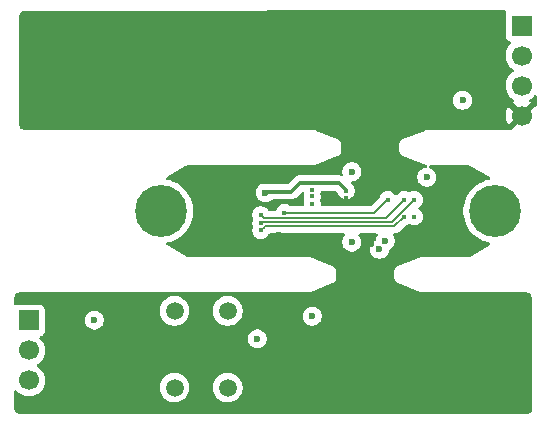
<source format=gbr>
%TF.GenerationSoftware,KiCad,Pcbnew,9.0.1*%
%TF.CreationDate,2025-06-23T13:00:01-04:00*%
%TF.ProjectId,Colossus_TI_rev_B,436f6c6f-7373-4757-935f-54495f726576,rev?*%
%TF.SameCoordinates,Original*%
%TF.FileFunction,Copper,L2,Inr*%
%TF.FilePolarity,Positive*%
%FSLAX46Y46*%
G04 Gerber Fmt 4.6, Leading zero omitted, Abs format (unit mm)*
G04 Created by KiCad (PCBNEW 9.0.1) date 2025-06-23 13:00:01*
%MOMM*%
%LPD*%
G01*
G04 APERTURE LIST*
%TA.AperFunction,ComponentPad*%
%ADD10C,1.507998*%
%TD*%
%TA.AperFunction,ComponentPad*%
%ADD11C,1.700000*%
%TD*%
%TA.AperFunction,ComponentPad*%
%ADD12R,1.700000X1.700000*%
%TD*%
%TA.AperFunction,ComponentPad*%
%ADD13C,0.700000*%
%TD*%
%TA.AperFunction,ComponentPad*%
%ADD14C,4.400000*%
%TD*%
%TA.AperFunction,ViaPad*%
%ADD15C,0.600000*%
%TD*%
%TA.AperFunction,ViaPad*%
%ADD16C,0.450000*%
%TD*%
%TA.AperFunction,Conductor*%
%ADD17C,0.300000*%
%TD*%
%TA.AperFunction,Conductor*%
%ADD18C,0.150000*%
%TD*%
G04 APERTURE END LIST*
D10*
%TO.N,N/C*%
%TO.C,SW2*%
X89900000Y-75575000D03*
X89900000Y-82075002D03*
%TO.N,NRST*%
X85399999Y-75575000D03*
%TO.N,Net-(C10-Pad2)*%
X85399999Y-82075002D03*
%TD*%
D11*
%TO.N,Vss*%
%TO.C,J1*%
X114775000Y-59035000D03*
%TO.N,SWDIO*%
X114775000Y-56495000D03*
%TO.N,SWCLK*%
X114775000Y-53955000D03*
D12*
%TO.N,Vdd*%
X114775000Y-51415000D03*
%TD*%
D11*
%TO.N,A5*%
%TO.C,J6*%
X73075000Y-81465000D03*
%TO.N,A4*%
X73075000Y-78925000D03*
D12*
%TO.N,A3*%
X73075000Y-76385000D03*
%TD*%
D13*
%TO.N,N/C*%
%TO.C,H1*%
X85900000Y-67125000D03*
X85416726Y-68291726D03*
X85416726Y-65958274D03*
X84250000Y-68775000D03*
D14*
X84250000Y-67125000D03*
D13*
X84250000Y-65475000D03*
X83083274Y-68291726D03*
X83083274Y-65958274D03*
X82600000Y-67125000D03*
%TD*%
%TO.N,N/C*%
%TO.C,H2*%
X114200000Y-67125000D03*
X113716726Y-68291726D03*
X113716726Y-65958274D03*
X112550000Y-68775000D03*
D14*
X112550000Y-67125000D03*
D13*
X112550000Y-65475000D03*
X111383274Y-68291726D03*
X111383274Y-65958274D03*
X110900000Y-67125000D03*
%TD*%
D15*
%TO.N,Strain Power*%
X93090000Y-65570000D03*
%TO.N,Vss*%
X90080000Y-63830000D03*
X94200000Y-69150000D03*
X93200000Y-64600000D03*
X87800000Y-66500000D03*
X92010000Y-65080000D03*
X78525000Y-81625000D03*
X106350000Y-70250000D03*
X89950000Y-68950000D03*
X102050000Y-75475000D03*
D16*
X99894613Y-66005387D03*
D15*
X102050000Y-69950000D03*
X106350000Y-69370000D03*
%TO.N,Vdd*%
X100400000Y-69750000D03*
D16*
X97050000Y-65888502D03*
D15*
X100400000Y-63800000D03*
D16*
X97050000Y-65350000D03*
D15*
X102741356Y-70350000D03*
X106750000Y-64250000D03*
X78600000Y-76350000D03*
X97050000Y-76020000D03*
X109775000Y-57750000D03*
%TO.N,NRST*%
X103243356Y-69643356D03*
X92400000Y-77950000D03*
D16*
%TO.N,SDATA*%
X92700000Y-67450000D03*
X104850000Y-66150000D03*
%TO.N,FSYNC*%
X92700000Y-68750000D03*
X104850000Y-67603366D03*
%TO.N,SCLK*%
X105700000Y-66150000D03*
X92700000Y-68150000D03*
%TO.N,24MHzClockOut*%
X103450000Y-66150000D03*
X94700000Y-67250000D03*
%TO.N,Mode Select*%
X105700000Y-67603366D03*
X97060000Y-66550000D03*
%TO.N,Strain Power*%
X99920000Y-65400000D03*
%TD*%
D17*
%TO.N,Strain Power*%
X93180000Y-65480000D02*
X93090000Y-65570000D01*
X95990000Y-64760000D02*
X95270000Y-65480000D01*
X99797761Y-65275368D02*
X99282393Y-64760000D01*
X99282393Y-64760000D02*
X95990000Y-64760000D01*
X95270000Y-65480000D02*
X93180000Y-65480000D01*
D18*
%TO.N,SDATA*%
X103322000Y-67678000D02*
X104850000Y-66150000D01*
X92700000Y-67450000D02*
X92928000Y-67678000D01*
X92928000Y-67678000D02*
X103322000Y-67678000D01*
%TO.N,FSYNC*%
X92927284Y-68578000D02*
X93077284Y-68428000D01*
X93077284Y-68428000D02*
X104001851Y-68428000D01*
X92922000Y-68578000D02*
X92927284Y-68578000D01*
X92750000Y-68750000D02*
X92922000Y-68578000D01*
X104001851Y-68428000D02*
X104826485Y-67603366D01*
%TO.N,SCLK*%
X103784567Y-68040000D02*
X105674567Y-66150000D01*
X105674567Y-66150000D02*
X105700000Y-66150000D01*
X92750000Y-68150000D02*
X92860000Y-68040000D01*
X92860000Y-68040000D02*
X103784567Y-68040000D01*
%TO.N,24MHzClockOut*%
X102300000Y-67250000D02*
X103450000Y-66100000D01*
X94700000Y-67250000D02*
X102300000Y-67250000D01*
%TD*%
%TA.AperFunction,Conductor*%
%TO.N,Vss*%
G36*
X113439921Y-50157915D02*
G01*
X113485691Y-50210705D01*
X113495655Y-50279861D01*
X113484194Y-50314318D01*
X113484303Y-50314359D01*
X113483172Y-50317388D01*
X113481750Y-50321667D01*
X113481204Y-50322665D01*
X113430908Y-50457517D01*
X113424501Y-50517116D01*
X113424500Y-50517135D01*
X113424500Y-52312870D01*
X113424501Y-52312876D01*
X113430908Y-52372483D01*
X113481202Y-52507328D01*
X113481206Y-52507335D01*
X113567452Y-52622544D01*
X113567455Y-52622547D01*
X113682664Y-52708793D01*
X113682671Y-52708797D01*
X113814082Y-52757810D01*
X113870016Y-52799681D01*
X113894433Y-52865145D01*
X113879582Y-52933418D01*
X113858431Y-52961673D01*
X113744889Y-53075215D01*
X113619951Y-53247179D01*
X113523444Y-53436585D01*
X113457753Y-53638760D01*
X113424500Y-53848713D01*
X113424500Y-54061286D01*
X113457753Y-54271239D01*
X113523444Y-54473414D01*
X113619951Y-54662820D01*
X113744890Y-54834786D01*
X113895213Y-54985109D01*
X114067182Y-55110050D01*
X114075946Y-55114516D01*
X114126742Y-55162491D01*
X114143536Y-55230312D01*
X114120998Y-55296447D01*
X114075946Y-55335484D01*
X114067182Y-55339949D01*
X113895213Y-55464890D01*
X113744890Y-55615213D01*
X113619951Y-55787179D01*
X113523444Y-55976585D01*
X113457753Y-56178760D01*
X113424500Y-56388713D01*
X113424500Y-56601287D01*
X113457754Y-56811243D01*
X113512672Y-56980263D01*
X113523444Y-57013414D01*
X113619951Y-57202820D01*
X113744890Y-57374786D01*
X113895213Y-57525109D01*
X114067179Y-57650048D01*
X114067181Y-57650049D01*
X114067184Y-57650051D01*
X114076493Y-57654794D01*
X114127290Y-57702766D01*
X114144087Y-57770587D01*
X114121552Y-57836722D01*
X114076505Y-57875760D01*
X114067446Y-57880376D01*
X114067440Y-57880380D01*
X114013282Y-57919727D01*
X114013282Y-57919728D01*
X114645591Y-58552037D01*
X114582007Y-58569075D01*
X114467993Y-58634901D01*
X114374901Y-58727993D01*
X114309075Y-58842007D01*
X114292037Y-58905591D01*
X113659728Y-58273282D01*
X113659727Y-58273282D01*
X113620380Y-58327439D01*
X113523904Y-58516782D01*
X113458242Y-58718869D01*
X113458242Y-58718872D01*
X113425000Y-58928753D01*
X113425000Y-59141246D01*
X113458242Y-59351127D01*
X113458242Y-59351130D01*
X113523904Y-59553217D01*
X113620375Y-59742550D01*
X113659728Y-59796716D01*
X114292037Y-59164408D01*
X114309075Y-59227993D01*
X114374901Y-59342007D01*
X114467993Y-59435099D01*
X114582007Y-59500925D01*
X114645590Y-59517962D01*
X114001522Y-60162029D01*
X113996384Y-60186488D01*
X113947331Y-60236243D01*
X113887091Y-60251836D01*
X106844820Y-60249513D01*
X106835948Y-60249510D01*
X106806155Y-60245218D01*
X106770343Y-60249488D01*
X106762945Y-60249486D01*
X106762944Y-60249485D01*
X106734293Y-60249478D01*
X106734273Y-60249478D01*
X106734272Y-60249478D01*
X106734268Y-60249478D01*
X106713751Y-60254968D01*
X106696395Y-60258308D01*
X106675303Y-60260825D01*
X106675298Y-60260826D01*
X106648673Y-60271476D01*
X106634680Y-60276128D01*
X106625432Y-60278603D01*
X106606967Y-60283544D01*
X106588564Y-60294161D01*
X106572655Y-60301882D01*
X104773578Y-61021513D01*
X104773577Y-61021513D01*
X104766734Y-61024251D01*
X104731814Y-61033608D01*
X104705814Y-61048617D01*
X104697568Y-61051916D01*
X104697569Y-61051916D01*
X104677938Y-61059769D01*
X104677936Y-61059771D01*
X104654891Y-61077011D01*
X104642618Y-61085104D01*
X104617686Y-61099499D01*
X104617683Y-61099502D01*
X104602739Y-61114445D01*
X104589349Y-61126044D01*
X104572425Y-61138706D01*
X104572416Y-61138714D01*
X104554614Y-61161337D01*
X104554613Y-61161336D01*
X104550049Y-61167135D01*
X104524500Y-61192686D01*
X104509494Y-61218675D01*
X104503995Y-61225664D01*
X104503995Y-61225665D01*
X104490925Y-61242276D01*
X104479585Y-61268735D01*
X104473001Y-61281883D01*
X104458608Y-61306813D01*
X104458607Y-61306815D01*
X104453135Y-61327228D01*
X104453136Y-61327229D01*
X104450833Y-61335820D01*
X104439012Y-61363408D01*
X104433856Y-61399183D01*
X104431949Y-61406303D01*
X104424501Y-61434100D01*
X104424500Y-61434109D01*
X104424500Y-61455235D01*
X104423233Y-61472918D01*
X104420217Y-61493844D01*
X104420217Y-61493845D01*
X104423627Y-61522425D01*
X104424500Y-61537112D01*
X104424500Y-61973602D01*
X104420345Y-62012884D01*
X104424500Y-62039228D01*
X104424500Y-62065897D01*
X104433028Y-62097723D01*
X104435738Y-62110494D01*
X104440873Y-62143052D01*
X104440875Y-62143058D01*
X104446702Y-62156168D01*
X104451705Y-62167425D01*
X104458608Y-62193186D01*
X104478353Y-62227386D01*
X104481008Y-62233359D01*
X104481011Y-62233365D01*
X104494399Y-62263486D01*
X104494399Y-62263487D01*
X104505054Y-62276663D01*
X104505055Y-62276663D01*
X104510960Y-62283965D01*
X104511166Y-62284219D01*
X104524500Y-62307314D01*
X104552427Y-62335241D01*
X104556537Y-62340323D01*
X104563958Y-62349500D01*
X104577266Y-62365955D01*
X104598829Y-62381643D01*
X104617686Y-62400500D01*
X104651892Y-62420248D01*
X104683831Y-62443486D01*
X104699648Y-62449569D01*
X104699650Y-62449570D01*
X104708722Y-62453059D01*
X104731814Y-62466392D01*
X104769964Y-62476614D01*
X106649651Y-63199569D01*
X106667127Y-63207912D01*
X106681814Y-63216392D01*
X106681815Y-63216392D01*
X106688858Y-63220459D01*
X106688080Y-63221804D01*
X106735292Y-63259843D01*
X106757363Y-63326135D01*
X106740089Y-63393836D01*
X106688956Y-63441451D01*
X106657634Y-63452189D01*
X106516508Y-63480261D01*
X106516498Y-63480264D01*
X106370827Y-63540602D01*
X106370814Y-63540609D01*
X106239711Y-63628210D01*
X106239707Y-63628213D01*
X106128213Y-63739707D01*
X106128210Y-63739711D01*
X106040609Y-63870814D01*
X106040602Y-63870827D01*
X105980264Y-64016498D01*
X105980261Y-64016510D01*
X105949500Y-64171153D01*
X105949500Y-64328846D01*
X105980261Y-64483489D01*
X105980264Y-64483501D01*
X106040602Y-64629172D01*
X106040609Y-64629185D01*
X106128210Y-64760288D01*
X106128213Y-64760292D01*
X106239707Y-64871786D01*
X106239711Y-64871789D01*
X106370814Y-64959390D01*
X106370827Y-64959397D01*
X106516498Y-65019735D01*
X106516503Y-65019737D01*
X106671153Y-65050499D01*
X106671156Y-65050500D01*
X106671158Y-65050500D01*
X106828844Y-65050500D01*
X106828845Y-65050499D01*
X106983497Y-65019737D01*
X107129179Y-64959394D01*
X107260289Y-64871789D01*
X107371789Y-64760289D01*
X107459394Y-64629179D01*
X107519737Y-64483497D01*
X107550500Y-64328842D01*
X107550500Y-64171158D01*
X107550500Y-64171155D01*
X107550499Y-64171153D01*
X107523117Y-64033497D01*
X107519737Y-64016503D01*
X107508508Y-63989394D01*
X107459397Y-63870827D01*
X107459390Y-63870814D01*
X107371789Y-63739711D01*
X107371786Y-63739707D01*
X107260292Y-63628213D01*
X107260288Y-63628210D01*
X107129185Y-63540609D01*
X107129172Y-63540602D01*
X107004738Y-63489061D01*
X106950334Y-63445221D01*
X106928269Y-63378926D01*
X106945548Y-63311227D01*
X106996685Y-63263616D01*
X107052190Y-63250500D01*
X110332048Y-63250500D01*
X110394246Y-63267227D01*
X112076799Y-64242790D01*
X112124921Y-64293446D01*
X112138018Y-64362078D01*
X112111930Y-64426894D01*
X112054941Y-64467318D01*
X112042194Y-64470954D01*
X111801229Y-64525953D01*
X111801216Y-64525957D01*
X111514931Y-64626133D01*
X111241661Y-64757733D01*
X110984837Y-64919107D01*
X110747696Y-65108220D01*
X110533220Y-65322696D01*
X110344107Y-65559837D01*
X110182733Y-65816661D01*
X110051133Y-66089931D01*
X109950957Y-66376216D01*
X109950953Y-66376228D01*
X109883460Y-66671937D01*
X109883457Y-66671951D01*
X109849500Y-66973336D01*
X109849500Y-67276663D01*
X109883457Y-67578048D01*
X109883460Y-67578062D01*
X109950953Y-67873771D01*
X109950957Y-67873783D01*
X110051133Y-68160068D01*
X110182733Y-68433338D01*
X110207037Y-68472018D01*
X110344108Y-68690164D01*
X110533221Y-68927304D01*
X110747696Y-69141779D01*
X110984836Y-69330892D01*
X111241659Y-69492265D01*
X111514935Y-69623868D01*
X111729951Y-69699105D01*
X111801216Y-69724042D01*
X111801228Y-69724046D01*
X112041423Y-69778869D01*
X112102401Y-69812978D01*
X112135259Y-69874639D01*
X112129564Y-69944276D01*
X112087124Y-69999780D01*
X112076055Y-70007017D01*
X111423789Y-70385431D01*
X110413099Y-70971786D01*
X110394188Y-70982757D01*
X110331963Y-70999500D01*
X106489228Y-70999500D01*
X106462884Y-70995345D01*
X106423602Y-70999500D01*
X106384105Y-70999500D01*
X106367734Y-71003887D01*
X106367733Y-71003887D01*
X106358344Y-71006402D01*
X106331831Y-71009207D01*
X106294986Y-71023377D01*
X106288670Y-71025070D01*
X106288660Y-71025074D01*
X106256810Y-71033609D01*
X106242131Y-71042084D01*
X106224646Y-71050431D01*
X104351065Y-71771037D01*
X104351066Y-71771038D01*
X104344964Y-71773385D01*
X104306814Y-71783608D01*
X104283721Y-71796940D01*
X104274648Y-71800430D01*
X104274645Y-71800430D01*
X104258832Y-71806512D01*
X104232180Y-71825903D01*
X104221232Y-71833018D01*
X104192686Y-71849499D01*
X104180691Y-71861493D01*
X104180690Y-71861492D01*
X104173818Y-71868363D01*
X104152266Y-71884045D01*
X104127437Y-71914745D01*
X104122806Y-71919377D01*
X104099501Y-71942682D01*
X104091025Y-71957364D01*
X104086166Y-71965780D01*
X104069399Y-71986514D01*
X104053359Y-72022601D01*
X104050088Y-72028268D01*
X104050086Y-72028269D01*
X104033607Y-72056813D01*
X104029219Y-72073191D01*
X104026705Y-72082574D01*
X104015876Y-72106941D01*
X104009722Y-72145954D01*
X104008028Y-72152278D01*
X104008027Y-72152279D01*
X103999501Y-72184100D01*
X103999500Y-72184109D01*
X103999500Y-72201053D01*
X103997986Y-72220370D01*
X103995345Y-72237112D01*
X103995345Y-72237119D01*
X103998812Y-72269891D01*
X103999500Y-72282935D01*
X103999500Y-72720254D01*
X103995218Y-72756155D01*
X103999500Y-72785873D01*
X103999500Y-72815897D01*
X104006949Y-72843696D01*
X104009906Y-72858100D01*
X104014012Y-72886592D01*
X104014012Y-72886594D01*
X104022337Y-72906020D01*
X104028135Y-72922764D01*
X104033606Y-72943183D01*
X104033609Y-72943189D01*
X104047999Y-72968113D01*
X104051684Y-72974495D01*
X104065924Y-73007721D01*
X104084485Y-73031309D01*
X104088927Y-73039003D01*
X104099498Y-73057312D01*
X104099499Y-73057313D01*
X104099500Y-73057314D01*
X104119856Y-73077670D01*
X104129618Y-73088666D01*
X104147414Y-73111283D01*
X104147416Y-73111284D01*
X104147418Y-73111287D01*
X104171458Y-73129272D01*
X104192686Y-73150500D01*
X104223989Y-73168572D01*
X104229889Y-73172986D01*
X104229890Y-73172987D01*
X104252937Y-73190229D01*
X104252936Y-73190229D01*
X104252938Y-73190230D01*
X104252940Y-73190231D01*
X104270031Y-73197067D01*
X104272562Y-73198080D01*
X104288505Y-73205821D01*
X104306814Y-73216392D01*
X104334619Y-73223841D01*
X104348569Y-73228482D01*
X106155811Y-73951379D01*
X106181814Y-73966392D01*
X106216736Y-73975749D01*
X106223581Y-73978487D01*
X106250295Y-73989173D01*
X106250298Y-73989174D01*
X106280108Y-73992729D01*
X106309108Y-74000500D01*
X106345255Y-74000500D01*
X106371044Y-74003576D01*
X106381154Y-74004782D01*
X106381154Y-74004781D01*
X106381155Y-74004782D01*
X106402081Y-74001766D01*
X106419764Y-74000500D01*
X115084108Y-74000500D01*
X115143038Y-74000500D01*
X115156922Y-74001280D01*
X115161244Y-74001767D01*
X115247266Y-74011459D01*
X115274331Y-74017636D01*
X115353540Y-74045352D01*
X115378553Y-74057398D01*
X115449606Y-74102043D01*
X115471313Y-74119355D01*
X115530644Y-74178686D01*
X115547957Y-74200395D01*
X115592600Y-74271444D01*
X115604648Y-74296462D01*
X115632362Y-74375666D01*
X115638540Y-74402735D01*
X115648720Y-74493076D01*
X115649500Y-74506631D01*
X115649500Y-74565892D01*
X115649659Y-74566488D01*
X115649682Y-74575050D01*
X115649680Y-74575054D01*
X115649682Y-74575075D01*
X115672373Y-83795798D01*
X115671593Y-83809985D01*
X115661434Y-83900157D01*
X115655256Y-83927229D01*
X115627542Y-84006433D01*
X115615494Y-84031451D01*
X115570851Y-84102500D01*
X115553538Y-84124209D01*
X115494209Y-84183538D01*
X115472500Y-84200851D01*
X115401451Y-84245494D01*
X115376433Y-84257542D01*
X115297229Y-84285256D01*
X115270158Y-84291434D01*
X115179828Y-84301611D01*
X115165937Y-84302391D01*
X72394498Y-84299570D01*
X72394377Y-84299570D01*
X72386122Y-84299561D01*
X72385892Y-84299500D01*
X72326833Y-84299500D01*
X72326802Y-84299491D01*
X72313078Y-84298720D01*
X72300553Y-84297308D01*
X72222735Y-84288540D01*
X72195666Y-84282362D01*
X72116462Y-84254648D01*
X72091444Y-84242600D01*
X72020395Y-84197957D01*
X71998686Y-84180644D01*
X71939355Y-84121313D01*
X71922042Y-84099604D01*
X71877399Y-84028555D01*
X71865351Y-84003537D01*
X71838650Y-83927229D01*
X71837636Y-83924331D01*
X71831459Y-83897263D01*
X71821280Y-83806926D01*
X71820500Y-83793334D01*
X71820500Y-83734108D01*
X71820359Y-83733584D01*
X71820345Y-83727992D01*
X71817519Y-82413732D01*
X71837060Y-82346654D01*
X71889765Y-82300786D01*
X71958902Y-82290693D01*
X72022520Y-82319582D01*
X72041833Y-82340578D01*
X72044890Y-82344786D01*
X72195213Y-82495109D01*
X72367179Y-82620048D01*
X72367181Y-82620049D01*
X72367184Y-82620051D01*
X72556588Y-82716557D01*
X72758757Y-82782246D01*
X72968713Y-82815500D01*
X72968714Y-82815500D01*
X73181286Y-82815500D01*
X73181287Y-82815500D01*
X73391243Y-82782246D01*
X73593412Y-82716557D01*
X73782816Y-82620051D01*
X73804789Y-82604086D01*
X73954786Y-82495109D01*
X73954788Y-82495106D01*
X73954792Y-82495104D01*
X74105104Y-82344792D01*
X74105106Y-82344788D01*
X74105109Y-82344786D01*
X74230048Y-82172820D01*
X74230047Y-82172820D01*
X74230051Y-82172816D01*
X74326557Y-81983412D01*
X74328879Y-81976265D01*
X84145500Y-81976265D01*
X84145500Y-82173738D01*
X84176389Y-82368765D01*
X84237410Y-82556566D01*
X84318929Y-82716555D01*
X84327055Y-82732503D01*
X84443121Y-82892253D01*
X84582748Y-83031880D01*
X84742498Y-83147946D01*
X84825623Y-83190300D01*
X84918434Y-83237590D01*
X84918436Y-83237590D01*
X84918439Y-83237592D01*
X85019102Y-83270299D01*
X85106235Y-83298611D01*
X85301263Y-83329501D01*
X85301268Y-83329501D01*
X85498735Y-83329501D01*
X85693762Y-83298611D01*
X85881559Y-83237592D01*
X86057500Y-83147946D01*
X86217250Y-83031880D01*
X86356877Y-82892253D01*
X86472943Y-82732503D01*
X86562589Y-82556562D01*
X86623608Y-82368765D01*
X86634375Y-82300786D01*
X86654498Y-82173738D01*
X86654498Y-81976265D01*
X88645501Y-81976265D01*
X88645501Y-82173738D01*
X88676390Y-82368765D01*
X88737411Y-82556566D01*
X88818930Y-82716555D01*
X88827056Y-82732503D01*
X88943122Y-82892253D01*
X89082749Y-83031880D01*
X89242499Y-83147946D01*
X89325624Y-83190300D01*
X89418435Y-83237590D01*
X89418437Y-83237590D01*
X89418440Y-83237592D01*
X89519103Y-83270299D01*
X89606236Y-83298611D01*
X89801264Y-83329501D01*
X89801269Y-83329501D01*
X89998736Y-83329501D01*
X90193763Y-83298611D01*
X90381560Y-83237592D01*
X90557501Y-83147946D01*
X90717251Y-83031880D01*
X90856878Y-82892253D01*
X90972944Y-82732503D01*
X91062590Y-82556562D01*
X91123609Y-82368765D01*
X91134376Y-82300786D01*
X91154499Y-82173738D01*
X91154499Y-81976265D01*
X91123609Y-81781238D01*
X91062588Y-81593437D01*
X90972943Y-81417500D01*
X90856878Y-81257751D01*
X90717251Y-81118124D01*
X90557501Y-81002058D01*
X90381564Y-80912413D01*
X90193763Y-80851392D01*
X89998736Y-80820503D01*
X89998731Y-80820503D01*
X89801269Y-80820503D01*
X89801264Y-80820503D01*
X89606236Y-80851392D01*
X89418435Y-80912413D01*
X89242498Y-81002058D01*
X89082747Y-81118125D01*
X88943123Y-81257749D01*
X88827056Y-81417500D01*
X88737411Y-81593437D01*
X88676390Y-81781238D01*
X88645501Y-81976265D01*
X86654498Y-81976265D01*
X86623608Y-81781238D01*
X86562587Y-81593437D01*
X86472942Y-81417500D01*
X86356877Y-81257751D01*
X86217250Y-81118124D01*
X86057500Y-81002058D01*
X85881563Y-80912413D01*
X85693762Y-80851392D01*
X85498735Y-80820503D01*
X85498730Y-80820503D01*
X85301268Y-80820503D01*
X85301263Y-80820503D01*
X85106235Y-80851392D01*
X84918434Y-80912413D01*
X84742497Y-81002058D01*
X84582746Y-81118125D01*
X84443122Y-81257749D01*
X84327055Y-81417500D01*
X84237410Y-81593437D01*
X84176389Y-81781238D01*
X84145500Y-81976265D01*
X74328879Y-81976265D01*
X74392246Y-81781243D01*
X74425500Y-81571287D01*
X74425500Y-81358713D01*
X74392246Y-81148757D01*
X74326557Y-80946588D01*
X74230051Y-80757184D01*
X74230049Y-80757181D01*
X74230048Y-80757179D01*
X74105109Y-80585213D01*
X73954786Y-80434890D01*
X73782820Y-80309951D01*
X73782115Y-80309591D01*
X73774054Y-80305485D01*
X73723259Y-80257512D01*
X73706463Y-80189692D01*
X73728999Y-80123556D01*
X73774054Y-80084515D01*
X73782816Y-80080051D01*
X73804789Y-80064086D01*
X73954786Y-79955109D01*
X73954788Y-79955106D01*
X73954792Y-79955104D01*
X74105104Y-79804792D01*
X74105106Y-79804788D01*
X74105109Y-79804786D01*
X74230048Y-79632820D01*
X74230047Y-79632820D01*
X74230051Y-79632816D01*
X74326557Y-79443412D01*
X74392246Y-79241243D01*
X74425500Y-79031287D01*
X74425500Y-78818713D01*
X74392246Y-78608757D01*
X74326557Y-78406588D01*
X74230051Y-78217184D01*
X74230049Y-78217181D01*
X74230048Y-78217179D01*
X74105109Y-78045213D01*
X73991569Y-77931673D01*
X73958522Y-77871153D01*
X91599500Y-77871153D01*
X91599500Y-78028846D01*
X91630261Y-78183489D01*
X91630264Y-78183501D01*
X91690602Y-78329172D01*
X91690609Y-78329185D01*
X91778210Y-78460288D01*
X91778213Y-78460292D01*
X91889707Y-78571786D01*
X91889711Y-78571789D01*
X92020814Y-78659390D01*
X92020827Y-78659397D01*
X92166498Y-78719735D01*
X92166503Y-78719737D01*
X92321153Y-78750499D01*
X92321156Y-78750500D01*
X92321158Y-78750500D01*
X92478844Y-78750500D01*
X92478845Y-78750499D01*
X92633497Y-78719737D01*
X92779179Y-78659394D01*
X92910289Y-78571789D01*
X93021789Y-78460289D01*
X93109394Y-78329179D01*
X93169737Y-78183497D01*
X93200500Y-78028842D01*
X93200500Y-77871158D01*
X93200500Y-77871155D01*
X93200499Y-77871153D01*
X93200339Y-77870350D01*
X93169737Y-77716503D01*
X93154119Y-77678797D01*
X93109397Y-77570827D01*
X93109390Y-77570814D01*
X93021789Y-77439711D01*
X93021786Y-77439707D01*
X92910292Y-77328213D01*
X92910288Y-77328210D01*
X92779185Y-77240609D01*
X92779172Y-77240602D01*
X92633501Y-77180264D01*
X92633489Y-77180261D01*
X92478845Y-77149500D01*
X92478842Y-77149500D01*
X92321158Y-77149500D01*
X92321155Y-77149500D01*
X92166510Y-77180261D01*
X92166498Y-77180264D01*
X92020827Y-77240602D01*
X92020814Y-77240609D01*
X91889711Y-77328210D01*
X91889707Y-77328213D01*
X91778213Y-77439707D01*
X91778210Y-77439711D01*
X91690609Y-77570814D01*
X91690602Y-77570827D01*
X91630264Y-77716498D01*
X91630261Y-77716510D01*
X91599500Y-77871153D01*
X73958522Y-77871153D01*
X73958084Y-77870350D01*
X73963068Y-77800658D01*
X74004940Y-77744725D01*
X74035915Y-77727810D01*
X74167331Y-77678796D01*
X74282546Y-77592546D01*
X74368796Y-77477331D01*
X74419091Y-77342483D01*
X74425500Y-77282873D01*
X74425499Y-76271153D01*
X77799500Y-76271153D01*
X77799500Y-76428846D01*
X77830261Y-76583489D01*
X77830264Y-76583501D01*
X77890602Y-76729172D01*
X77890609Y-76729185D01*
X77978210Y-76860288D01*
X77978213Y-76860292D01*
X78089707Y-76971786D01*
X78089711Y-76971789D01*
X78220814Y-77059390D01*
X78220827Y-77059397D01*
X78366498Y-77119735D01*
X78366503Y-77119737D01*
X78516131Y-77149500D01*
X78521153Y-77150499D01*
X78521156Y-77150500D01*
X78521158Y-77150500D01*
X78678844Y-77150500D01*
X78678845Y-77150499D01*
X78833497Y-77119737D01*
X78979179Y-77059394D01*
X79110289Y-76971789D01*
X79221789Y-76860289D01*
X79309394Y-76729179D01*
X79369737Y-76583497D01*
X79400500Y-76428842D01*
X79400500Y-76271158D01*
X79400500Y-76271155D01*
X79400499Y-76271153D01*
X79396985Y-76253489D01*
X79369737Y-76116503D01*
X79362423Y-76098846D01*
X79309397Y-75970827D01*
X79309390Y-75970814D01*
X79221789Y-75839711D01*
X79221786Y-75839707D01*
X79110292Y-75728213D01*
X79110288Y-75728210D01*
X78979185Y-75640609D01*
X78979172Y-75640602D01*
X78847251Y-75585959D01*
X78847248Y-75585959D01*
X78833497Y-75580263D01*
X78833492Y-75580262D01*
X78833489Y-75580261D01*
X78678845Y-75549500D01*
X78678842Y-75549500D01*
X78521158Y-75549500D01*
X78521155Y-75549500D01*
X78366510Y-75580261D01*
X78366498Y-75580264D01*
X78220827Y-75640602D01*
X78220814Y-75640609D01*
X78089711Y-75728210D01*
X78089707Y-75728213D01*
X77978213Y-75839707D01*
X77978210Y-75839711D01*
X77890609Y-75970814D01*
X77890602Y-75970827D01*
X77830264Y-76116498D01*
X77830261Y-76116510D01*
X77799500Y-76271153D01*
X74425499Y-76271153D01*
X74425499Y-75487128D01*
X74424331Y-75476263D01*
X84145500Y-75476263D01*
X84145500Y-75673736D01*
X84176389Y-75868763D01*
X84237410Y-76056564D01*
X84327055Y-76232501D01*
X84443121Y-76392251D01*
X84582748Y-76531878D01*
X84742498Y-76647944D01*
X84825623Y-76690298D01*
X84918434Y-76737588D01*
X84918436Y-76737588D01*
X84918439Y-76737590D01*
X85019102Y-76770297D01*
X85106235Y-76798609D01*
X85301263Y-76829499D01*
X85301268Y-76829499D01*
X85498735Y-76829499D01*
X85693762Y-76798609D01*
X85721073Y-76789735D01*
X85881559Y-76737590D01*
X86057500Y-76647944D01*
X86217250Y-76531878D01*
X86356877Y-76392251D01*
X86472943Y-76232501D01*
X86562589Y-76056560D01*
X86623608Y-75868763D01*
X86636637Y-75786503D01*
X86654498Y-75673736D01*
X86654498Y-75476263D01*
X88645501Y-75476263D01*
X88645501Y-75673736D01*
X88676390Y-75868763D01*
X88737411Y-76056564D01*
X88827056Y-76232501D01*
X88943122Y-76392251D01*
X89082749Y-76531878D01*
X89242499Y-76647944D01*
X89325624Y-76690298D01*
X89418435Y-76737588D01*
X89418437Y-76737588D01*
X89418440Y-76737590D01*
X89519103Y-76770297D01*
X89606236Y-76798609D01*
X89801264Y-76829499D01*
X89801269Y-76829499D01*
X89998736Y-76829499D01*
X90193763Y-76798609D01*
X90221074Y-76789735D01*
X90381560Y-76737590D01*
X90557501Y-76647944D01*
X90717251Y-76531878D01*
X90856878Y-76392251D01*
X90972944Y-76232501D01*
X91062590Y-76056560D01*
X91091418Y-75967835D01*
X91100088Y-75941153D01*
X96249500Y-75941153D01*
X96249500Y-76098846D01*
X96280261Y-76253489D01*
X96280264Y-76253501D01*
X96340602Y-76399172D01*
X96340609Y-76399185D01*
X96428210Y-76530288D01*
X96428213Y-76530292D01*
X96539707Y-76641786D01*
X96539711Y-76641789D01*
X96670814Y-76729390D01*
X96670827Y-76729397D01*
X96816498Y-76789735D01*
X96816503Y-76789737D01*
X96971153Y-76820499D01*
X96971156Y-76820500D01*
X96971158Y-76820500D01*
X97128844Y-76820500D01*
X97128845Y-76820499D01*
X97283497Y-76789737D01*
X97429179Y-76729394D01*
X97560289Y-76641789D01*
X97671789Y-76530289D01*
X97759394Y-76399179D01*
X97819737Y-76253497D01*
X97850500Y-76098842D01*
X97850500Y-75941158D01*
X97850500Y-75941155D01*
X97850499Y-75941153D01*
X97836100Y-75868764D01*
X97819737Y-75786503D01*
X97795592Y-75728211D01*
X97759397Y-75640827D01*
X97759390Y-75640814D01*
X97671789Y-75509711D01*
X97671786Y-75509707D01*
X97560292Y-75398213D01*
X97560288Y-75398210D01*
X97429185Y-75310609D01*
X97429172Y-75310602D01*
X97283501Y-75250264D01*
X97283489Y-75250261D01*
X97128845Y-75219500D01*
X97128842Y-75219500D01*
X96971158Y-75219500D01*
X96971155Y-75219500D01*
X96816510Y-75250261D01*
X96816498Y-75250264D01*
X96670827Y-75310602D01*
X96670814Y-75310609D01*
X96539711Y-75398210D01*
X96539707Y-75398213D01*
X96428213Y-75509707D01*
X96428210Y-75509711D01*
X96340609Y-75640814D01*
X96340602Y-75640827D01*
X96280264Y-75786498D01*
X96280261Y-75786510D01*
X96249500Y-75941153D01*
X91100088Y-75941153D01*
X91114517Y-75896747D01*
X91114518Y-75896745D01*
X91123607Y-75868771D01*
X91123607Y-75868767D01*
X91123609Y-75868763D01*
X91145870Y-75728213D01*
X91154499Y-75673736D01*
X91154499Y-75476263D01*
X91123609Y-75281236D01*
X91062588Y-75093435D01*
X90972943Y-74917498D01*
X90856878Y-74757749D01*
X90717251Y-74618122D01*
X90557501Y-74502056D01*
X90539596Y-74492933D01*
X90381564Y-74412411D01*
X90193763Y-74351390D01*
X89998736Y-74320501D01*
X89998731Y-74320501D01*
X89801269Y-74320501D01*
X89801264Y-74320501D01*
X89606236Y-74351390D01*
X89418435Y-74412411D01*
X89242498Y-74502056D01*
X89082747Y-74618123D01*
X88943123Y-74757747D01*
X88827056Y-74917498D01*
X88737411Y-75093435D01*
X88676390Y-75281236D01*
X88645501Y-75476263D01*
X86654498Y-75476263D01*
X86623608Y-75281236D01*
X86562587Y-75093435D01*
X86472942Y-74917498D01*
X86356877Y-74757749D01*
X86217250Y-74618122D01*
X86057500Y-74502056D01*
X86039595Y-74492933D01*
X85881563Y-74412411D01*
X85693762Y-74351390D01*
X85498735Y-74320501D01*
X85498730Y-74320501D01*
X85301268Y-74320501D01*
X85301263Y-74320501D01*
X85106235Y-74351390D01*
X84918434Y-74412411D01*
X84742497Y-74502056D01*
X84582746Y-74618123D01*
X84443122Y-74757747D01*
X84327055Y-74917498D01*
X84237410Y-75093435D01*
X84176389Y-75281236D01*
X84145500Y-75476263D01*
X74424331Y-75476263D01*
X74419091Y-75427517D01*
X74408161Y-75398213D01*
X74368797Y-75292671D01*
X74368793Y-75292664D01*
X74282547Y-75177455D01*
X74282544Y-75177452D01*
X74167335Y-75091206D01*
X74167328Y-75091202D01*
X74032482Y-75040908D01*
X74032483Y-75040908D01*
X73972883Y-75034501D01*
X73972881Y-75034500D01*
X73972873Y-75034500D01*
X73972864Y-75034500D01*
X72177129Y-75034500D01*
X72177123Y-75034501D01*
X72117516Y-75040908D01*
X71974359Y-75094303D01*
X71973654Y-75092414D01*
X71916666Y-75104800D01*
X71851206Y-75080371D01*
X71809345Y-75024430D01*
X71801535Y-74981389D01*
X71800516Y-74507078D01*
X71801296Y-74492933D01*
X71811459Y-74402736D01*
X71811460Y-74402729D01*
X71817635Y-74375670D01*
X71845353Y-74296456D01*
X71857396Y-74271450D01*
X71902046Y-74200389D01*
X71919351Y-74178690D01*
X71978690Y-74119351D01*
X72000389Y-74102046D01*
X72071450Y-74057396D01*
X72096456Y-74045353D01*
X72175670Y-74017635D01*
X72202733Y-74011459D01*
X72265419Y-74004396D01*
X72293079Y-74001280D01*
X72306962Y-74000500D01*
X72365892Y-74000500D01*
X96664126Y-74000500D01*
X96693845Y-74004782D01*
X96729745Y-74000500D01*
X96765892Y-74000500D01*
X96786304Y-73995029D01*
X96803707Y-73991677D01*
X96824702Y-73989174D01*
X96851434Y-73978480D01*
X96865372Y-73973844D01*
X96893186Y-73966392D01*
X96911491Y-73955822D01*
X96927437Y-73948079D01*
X98733265Y-73225748D01*
X98768186Y-73216392D01*
X98794187Y-73201380D01*
X98822060Y-73190231D01*
X98851006Y-73168575D01*
X98882314Y-73150500D01*
X98903539Y-73129274D01*
X98910660Y-73123947D01*
X98927577Y-73111292D01*
X98927580Y-73111289D01*
X98927579Y-73111289D01*
X98927583Y-73111287D01*
X98949941Y-73082872D01*
X98975500Y-73057314D01*
X98990510Y-73031315D01*
X99009076Y-73007721D01*
X99023316Y-72974493D01*
X99041392Y-72943186D01*
X99049161Y-72914188D01*
X99060989Y-72886592D01*
X99066144Y-72850805D01*
X99075500Y-72815892D01*
X99075500Y-72785875D01*
X99079782Y-72756155D01*
X99076373Y-72727572D01*
X99075500Y-72712886D01*
X99075500Y-72276391D01*
X99079654Y-72237116D01*
X99075500Y-72210776D01*
X99075500Y-72184108D01*
X99065276Y-72145954D01*
X99059124Y-72106941D01*
X99048294Y-72082574D01*
X99041392Y-72056814D01*
X99021641Y-72022605D01*
X99005601Y-71986514D01*
X98988833Y-71965780D01*
X98975500Y-71942686D01*
X98952197Y-71919383D01*
X98943461Y-71909674D01*
X98922740Y-71884051D01*
X98922735Y-71884047D01*
X98922734Y-71884045D01*
X98909024Y-71874070D01*
X98909024Y-71874069D01*
X98901166Y-71868352D01*
X98882314Y-71849500D01*
X98848107Y-71829751D01*
X98842817Y-71825902D01*
X98842817Y-71825901D01*
X98816175Y-71806518D01*
X98816172Y-71806516D01*
X98816169Y-71806514D01*
X98816166Y-71806513D01*
X98816163Y-71806511D01*
X98800349Y-71800429D01*
X98782867Y-71792084D01*
X98778576Y-71789607D01*
X98768186Y-71783608D01*
X98768183Y-71783607D01*
X98758994Y-71781144D01*
X98736346Y-71775076D01*
X98723935Y-71771039D01*
X98723932Y-71771038D01*
X98259602Y-71592449D01*
X96850353Y-71050431D01*
X96841280Y-71046941D01*
X96818186Y-71033608D01*
X96780034Y-71023385D01*
X96773939Y-71021041D01*
X96773929Y-71021038D01*
X96743166Y-71009206D01*
X96726313Y-71007424D01*
X96707265Y-71003887D01*
X96690893Y-70999500D01*
X96690892Y-70999500D01*
X96657937Y-70999500D01*
X96644894Y-70998812D01*
X96612120Y-70995345D01*
X96612112Y-70995345D01*
X96595371Y-70997986D01*
X96576053Y-70999500D01*
X86468592Y-70999500D01*
X86406189Y-70982653D01*
X85357272Y-70371789D01*
X84728776Y-70005768D01*
X84680751Y-69955021D01*
X84667787Y-69886365D01*
X84693998Y-69821598D01*
X84751065Y-69781284D01*
X84763579Y-69777727D01*
X84998772Y-69724046D01*
X85285065Y-69623868D01*
X85558341Y-69492265D01*
X85815164Y-69330892D01*
X86052304Y-69141779D01*
X86266779Y-68927304D01*
X86455892Y-68690164D01*
X86617265Y-68433341D01*
X86748868Y-68160065D01*
X86849046Y-67873772D01*
X86916540Y-67578063D01*
X86919336Y-67553254D01*
X86922919Y-67521457D01*
X91974499Y-67521457D01*
X92002379Y-67661614D01*
X92002382Y-67661624D01*
X92040044Y-67752548D01*
X92047513Y-67822017D01*
X92040044Y-67847452D01*
X92002382Y-67938375D01*
X92002379Y-67938385D01*
X91974500Y-68078542D01*
X91974500Y-68078545D01*
X91974500Y-68221455D01*
X91974500Y-68221457D01*
X91974499Y-68221457D01*
X92002379Y-68361614D01*
X92002381Y-68361619D01*
X92019334Y-68402549D01*
X92026802Y-68472018D01*
X92019334Y-68497451D01*
X92002381Y-68538380D01*
X92002379Y-68538385D01*
X91974500Y-68678542D01*
X91974500Y-68678545D01*
X91974500Y-68821455D01*
X91974500Y-68821457D01*
X91974499Y-68821457D01*
X92002379Y-68961614D01*
X92002381Y-68961620D01*
X92057069Y-69093650D01*
X92057074Y-69093659D01*
X92136467Y-69212478D01*
X92136470Y-69212482D01*
X92237517Y-69313529D01*
X92237521Y-69313532D01*
X92356340Y-69392925D01*
X92356346Y-69392928D01*
X92356347Y-69392929D01*
X92488380Y-69447619D01*
X92488384Y-69447619D01*
X92488385Y-69447620D01*
X92628542Y-69475500D01*
X92628545Y-69475500D01*
X92771457Y-69475500D01*
X92865751Y-69456742D01*
X92911620Y-69447619D01*
X93043653Y-69392929D01*
X93162479Y-69313532D01*
X93263532Y-69212479D01*
X93342929Y-69093653D01*
X93348565Y-69080047D01*
X93392406Y-69025644D01*
X93458700Y-69003579D01*
X93463126Y-69003500D01*
X99715059Y-69003500D01*
X99782098Y-69023185D01*
X99827853Y-69075989D01*
X99837797Y-69145147D01*
X99808772Y-69208703D01*
X99802740Y-69215181D01*
X99778213Y-69239707D01*
X99778210Y-69239711D01*
X99690609Y-69370814D01*
X99690602Y-69370827D01*
X99630264Y-69516498D01*
X99630261Y-69516510D01*
X99599500Y-69671153D01*
X99599500Y-69828846D01*
X99630261Y-69983489D01*
X99630264Y-69983501D01*
X99690602Y-70129172D01*
X99690609Y-70129185D01*
X99778210Y-70260288D01*
X99778213Y-70260292D01*
X99889707Y-70371786D01*
X99889711Y-70371789D01*
X100020814Y-70459390D01*
X100020827Y-70459397D01*
X100166498Y-70519735D01*
X100166503Y-70519737D01*
X100321153Y-70550499D01*
X100321156Y-70550500D01*
X100321158Y-70550500D01*
X100478844Y-70550500D01*
X100478845Y-70550499D01*
X100633497Y-70519737D01*
X100779179Y-70459394D01*
X100910289Y-70371789D01*
X101021789Y-70260289D01*
X101109394Y-70129179D01*
X101169737Y-69983497D01*
X101200500Y-69828842D01*
X101200500Y-69671158D01*
X101200500Y-69671155D01*
X101200499Y-69671153D01*
X101169738Y-69516510D01*
X101169737Y-69516503D01*
X101159698Y-69492266D01*
X101109397Y-69370827D01*
X101109390Y-69370814D01*
X101021789Y-69239711D01*
X101021786Y-69239707D01*
X100997260Y-69215181D01*
X100963775Y-69153858D01*
X100968759Y-69084166D01*
X101010631Y-69028233D01*
X101076095Y-69003816D01*
X101084941Y-69003500D01*
X102476153Y-69003500D01*
X102543192Y-69023185D01*
X102588947Y-69075989D01*
X102598891Y-69145147D01*
X102579255Y-69196391D01*
X102533965Y-69264170D01*
X102533958Y-69264183D01*
X102473620Y-69409854D01*
X102473617Y-69409864D01*
X102446535Y-69546013D01*
X102414150Y-69607924D01*
X102372379Y-69636379D01*
X102362179Y-69640604D01*
X102362174Y-69640607D01*
X102231071Y-69728207D01*
X102231063Y-69728213D01*
X102119569Y-69839707D01*
X102119566Y-69839711D01*
X102031965Y-69970814D01*
X102031958Y-69970827D01*
X101971620Y-70116498D01*
X101971617Y-70116510D01*
X101940856Y-70271153D01*
X101940856Y-70428846D01*
X101971617Y-70583489D01*
X101971620Y-70583501D01*
X102031958Y-70729172D01*
X102031965Y-70729185D01*
X102119566Y-70860288D01*
X102119569Y-70860292D01*
X102231063Y-70971786D01*
X102231067Y-70971789D01*
X102362170Y-71059390D01*
X102362183Y-71059397D01*
X102507854Y-71119735D01*
X102507859Y-71119737D01*
X102662509Y-71150499D01*
X102662512Y-71150500D01*
X102662514Y-71150500D01*
X102820200Y-71150500D01*
X102820201Y-71150499D01*
X102974853Y-71119737D01*
X103120535Y-71059394D01*
X103251645Y-70971789D01*
X103363145Y-70860289D01*
X103450750Y-70729179D01*
X103511093Y-70583497D01*
X103538176Y-70447341D01*
X103570560Y-70385431D01*
X103612342Y-70356972D01*
X103622535Y-70352750D01*
X103753645Y-70265145D01*
X103865145Y-70153645D01*
X103952750Y-70022535D01*
X104013093Y-69876853D01*
X104043856Y-69722198D01*
X104043856Y-69564514D01*
X104043856Y-69564511D01*
X104043855Y-69564509D01*
X104029485Y-69492266D01*
X104013093Y-69409859D01*
X104006081Y-69392930D01*
X103952753Y-69264183D01*
X103952746Y-69264170D01*
X103907457Y-69196391D01*
X103886579Y-69129714D01*
X103905063Y-69062334D01*
X103957042Y-69015643D01*
X104010559Y-69003500D01*
X104077615Y-69003500D01*
X104077617Y-69003500D01*
X104223986Y-68964281D01*
X104355216Y-68888515D01*
X104886632Y-68357098D01*
X104947953Y-68323615D01*
X104950120Y-68323164D01*
X105061620Y-68300985D01*
X105193653Y-68246295D01*
X105206109Y-68237972D01*
X105272783Y-68217093D01*
X105340163Y-68235575D01*
X105343852Y-68237946D01*
X105356347Y-68246295D01*
X105488380Y-68300985D01*
X105488384Y-68300985D01*
X105488385Y-68300986D01*
X105628542Y-68328866D01*
X105628545Y-68328866D01*
X105771457Y-68328866D01*
X105865751Y-68310108D01*
X105911620Y-68300985D01*
X106043653Y-68246295D01*
X106162479Y-68166898D01*
X106263532Y-68065845D01*
X106342929Y-67947019D01*
X106397619Y-67814986D01*
X106425500Y-67674821D01*
X106425500Y-67531911D01*
X106425500Y-67531908D01*
X106397620Y-67391751D01*
X106397619Y-67391750D01*
X106397619Y-67391746D01*
X106349948Y-67276659D01*
X106342930Y-67259715D01*
X106342925Y-67259706D01*
X106263532Y-67140887D01*
X106263529Y-67140883D01*
X106162482Y-67039836D01*
X106162478Y-67039833D01*
X106072610Y-66979785D01*
X106027805Y-66926173D01*
X106019098Y-66856848D01*
X106049252Y-66793820D01*
X106072610Y-66773581D01*
X106146064Y-66724500D01*
X106162479Y-66713532D01*
X106263532Y-66612479D01*
X106342929Y-66493653D01*
X106397619Y-66361620D01*
X106406742Y-66315751D01*
X106425500Y-66221457D01*
X106425500Y-66078542D01*
X106397620Y-65938385D01*
X106397619Y-65938384D01*
X106397619Y-65938380D01*
X106342929Y-65806347D01*
X106342928Y-65806346D01*
X106342925Y-65806340D01*
X106263532Y-65687521D01*
X106263529Y-65687517D01*
X106162482Y-65586470D01*
X106162478Y-65586467D01*
X106043659Y-65507074D01*
X106043650Y-65507069D01*
X105911620Y-65452381D01*
X105911614Y-65452379D01*
X105771457Y-65424500D01*
X105771455Y-65424500D01*
X105628545Y-65424500D01*
X105628543Y-65424500D01*
X105488385Y-65452379D01*
X105488379Y-65452381D01*
X105356344Y-65507071D01*
X105356343Y-65507072D01*
X105343887Y-65515395D01*
X105277209Y-65536271D01*
X105209830Y-65517784D01*
X105206113Y-65515395D01*
X105193656Y-65507072D01*
X105193655Y-65507071D01*
X105061620Y-65452381D01*
X105061614Y-65452379D01*
X104921457Y-65424500D01*
X104921455Y-65424500D01*
X104778545Y-65424500D01*
X104778543Y-65424500D01*
X104638385Y-65452379D01*
X104638379Y-65452381D01*
X104506349Y-65507069D01*
X104506340Y-65507074D01*
X104387521Y-65586467D01*
X104387517Y-65586470D01*
X104286470Y-65687517D01*
X104286467Y-65687521D01*
X104253102Y-65737456D01*
X104199490Y-65782261D01*
X104130165Y-65790968D01*
X104067137Y-65760813D01*
X104046898Y-65737456D01*
X104013532Y-65687521D01*
X104013529Y-65687517D01*
X103912482Y-65586470D01*
X103912478Y-65586467D01*
X103793659Y-65507074D01*
X103793650Y-65507069D01*
X103661620Y-65452381D01*
X103661614Y-65452379D01*
X103521457Y-65424500D01*
X103521455Y-65424500D01*
X103378545Y-65424500D01*
X103378543Y-65424500D01*
X103238385Y-65452379D01*
X103238379Y-65452381D01*
X103106349Y-65507069D01*
X103106340Y-65507074D01*
X102987521Y-65586467D01*
X102987517Y-65586470D01*
X102886470Y-65687517D01*
X102886467Y-65687521D01*
X102807074Y-65806340D01*
X102807069Y-65806349D01*
X102752381Y-65938379D01*
X102752379Y-65938384D01*
X102748456Y-65958110D01*
X102716070Y-66020020D01*
X102714520Y-66021598D01*
X102097939Y-66638181D01*
X102036616Y-66671666D01*
X102010258Y-66674500D01*
X97909500Y-66674500D01*
X97842461Y-66654815D01*
X97796706Y-66602011D01*
X97785500Y-66550500D01*
X97785500Y-66478542D01*
X97757620Y-66338385D01*
X97757619Y-66338384D01*
X97757619Y-66338380D01*
X97722928Y-66254630D01*
X97715460Y-66185163D01*
X97722930Y-66159725D01*
X97747617Y-66100127D01*
X97747617Y-66100126D01*
X97747619Y-66100122D01*
X97768529Y-65995001D01*
X97775500Y-65959959D01*
X97775500Y-65817044D01*
X97747620Y-65676888D01*
X97747619Y-65676882D01*
X97743403Y-65666704D01*
X97735932Y-65597241D01*
X97737763Y-65588787D01*
X97739965Y-65580096D01*
X97747619Y-65561620D01*
X97758454Y-65507146D01*
X97759243Y-65504036D01*
X97775453Y-65476609D01*
X97790211Y-65448398D01*
X97793101Y-65446751D01*
X97794795Y-65443887D01*
X97823260Y-65429578D01*
X97850927Y-65413824D01*
X97855711Y-65413266D01*
X97857222Y-65412507D01*
X97859844Y-65412784D01*
X97879443Y-65410500D01*
X98961585Y-65410500D01*
X99028624Y-65430185D01*
X99049266Y-65446819D01*
X99210817Y-65608370D01*
X99237697Y-65648598D01*
X99277069Y-65743649D01*
X99277074Y-65743659D01*
X99356467Y-65862478D01*
X99356470Y-65862482D01*
X99457517Y-65963529D01*
X99457521Y-65963532D01*
X99576340Y-66042925D01*
X99576346Y-66042928D01*
X99576347Y-66042929D01*
X99708380Y-66097619D01*
X99708384Y-66097619D01*
X99708385Y-66097620D01*
X99848542Y-66125500D01*
X99848545Y-66125500D01*
X99991457Y-66125500D01*
X100092000Y-66105500D01*
X100131620Y-66097619D01*
X100263653Y-66042929D01*
X100382479Y-65963532D01*
X100483532Y-65862479D01*
X100562929Y-65743653D01*
X100617619Y-65611620D01*
X100632607Y-65536271D01*
X100645500Y-65471457D01*
X100645500Y-65328542D01*
X100617620Y-65188385D01*
X100617619Y-65188384D01*
X100617619Y-65188380D01*
X100575318Y-65086258D01*
X100562930Y-65056349D01*
X100562925Y-65056340D01*
X100483532Y-64937521D01*
X100483529Y-64937517D01*
X100382482Y-64836470D01*
X100369210Y-64827602D01*
X100324406Y-64773989D01*
X100315699Y-64704664D01*
X100345854Y-64641637D01*
X100405298Y-64604918D01*
X100438102Y-64600500D01*
X100478844Y-64600500D01*
X100478845Y-64600499D01*
X100633497Y-64569737D01*
X100779179Y-64509394D01*
X100910289Y-64421789D01*
X101021789Y-64310289D01*
X101109394Y-64179179D01*
X101112719Y-64171153D01*
X101169735Y-64033501D01*
X101169737Y-64033497D01*
X101200500Y-63878842D01*
X101200500Y-63721158D01*
X101200500Y-63721155D01*
X101200499Y-63721153D01*
X101182012Y-63628213D01*
X101169737Y-63566503D01*
X101169735Y-63566498D01*
X101109397Y-63420827D01*
X101109390Y-63420814D01*
X101021789Y-63289711D01*
X101021786Y-63289707D01*
X100910292Y-63178213D01*
X100910288Y-63178210D01*
X100779185Y-63090609D01*
X100779172Y-63090602D01*
X100633501Y-63030264D01*
X100633489Y-63030261D01*
X100478845Y-62999500D01*
X100478842Y-62999500D01*
X100321158Y-62999500D01*
X100321155Y-62999500D01*
X100166510Y-63030261D01*
X100166498Y-63030264D01*
X100020827Y-63090602D01*
X100020814Y-63090609D01*
X99889711Y-63178210D01*
X99889707Y-63178213D01*
X99778213Y-63289707D01*
X99778210Y-63289711D01*
X99690609Y-63420814D01*
X99690602Y-63420827D01*
X99630264Y-63566498D01*
X99630261Y-63566510D01*
X99599500Y-63721153D01*
X99599500Y-63721158D01*
X99599500Y-63878842D01*
X99599500Y-63878844D01*
X99599499Y-63878844D01*
X99621490Y-63989394D01*
X99615263Y-64058986D01*
X99572400Y-64114163D01*
X99506510Y-64137408D01*
X99475682Y-64135203D01*
X99346465Y-64109500D01*
X99346462Y-64109500D01*
X95925931Y-64109500D01*
X95925929Y-64109500D01*
X95800261Y-64134497D01*
X95800255Y-64134499D01*
X95711754Y-64171158D01*
X95681877Y-64183533D01*
X95681869Y-64183537D01*
X95575326Y-64254726D01*
X95575325Y-64254727D01*
X95036873Y-64793181D01*
X94975550Y-64826666D01*
X94949192Y-64829500D01*
X93418746Y-64829500D01*
X93371294Y-64820061D01*
X93323498Y-64800263D01*
X93323488Y-64800260D01*
X93168845Y-64769500D01*
X93168842Y-64769500D01*
X93011158Y-64769500D01*
X93011155Y-64769500D01*
X92856510Y-64800261D01*
X92856498Y-64800264D01*
X92710827Y-64860602D01*
X92710814Y-64860609D01*
X92579711Y-64948210D01*
X92579707Y-64948213D01*
X92468213Y-65059707D01*
X92468210Y-65059711D01*
X92380609Y-65190814D01*
X92380602Y-65190827D01*
X92320264Y-65336498D01*
X92320261Y-65336510D01*
X92289500Y-65491153D01*
X92289500Y-65648846D01*
X92320261Y-65803489D01*
X92320264Y-65803501D01*
X92380602Y-65949172D01*
X92380609Y-65949185D01*
X92468210Y-66080288D01*
X92468213Y-66080292D01*
X92579707Y-66191786D01*
X92579711Y-66191789D01*
X92710814Y-66279390D01*
X92710827Y-66279397D01*
X92853224Y-66338379D01*
X92856503Y-66339737D01*
X92966516Y-66361620D01*
X93011153Y-66370499D01*
X93011156Y-66370500D01*
X93011158Y-66370500D01*
X93168844Y-66370500D01*
X93168845Y-66370499D01*
X93323497Y-66339737D01*
X93469179Y-66279394D01*
X93600289Y-66191789D01*
X93608208Y-66183870D01*
X93625260Y-66166819D01*
X93686583Y-66133334D01*
X93712941Y-66130500D01*
X95334071Y-66130500D01*
X95418615Y-66113682D01*
X95459744Y-66105501D01*
X95578127Y-66056465D01*
X95599713Y-66042042D01*
X95599714Y-66042042D01*
X95670116Y-65995001D01*
X95684669Y-65985277D01*
X96149677Y-65520268D01*
X96178467Y-65504548D01*
X96206696Y-65487801D01*
X96208987Y-65487882D01*
X96210998Y-65486785D01*
X96243716Y-65489124D01*
X96276521Y-65490298D01*
X96278404Y-65491605D01*
X96280689Y-65491769D01*
X96306952Y-65511429D01*
X96333911Y-65530149D01*
X96335469Y-65532776D01*
X96336623Y-65533640D01*
X96351919Y-65560504D01*
X96356599Y-65571804D01*
X96364065Y-65641273D01*
X96356598Y-65666701D01*
X96352381Y-65676880D01*
X96352379Y-65676888D01*
X96324500Y-65817044D01*
X96324500Y-65817047D01*
X96324500Y-65959957D01*
X96324500Y-65959959D01*
X96324499Y-65959959D01*
X96352379Y-66100115D01*
X96352381Y-66100123D01*
X96387070Y-66183870D01*
X96394539Y-66253339D01*
X96387073Y-66278766D01*
X96362381Y-66338380D01*
X96362379Y-66338386D01*
X96334500Y-66478542D01*
X96334500Y-66550500D01*
X96314815Y-66617539D01*
X96262011Y-66663294D01*
X96210500Y-66674500D01*
X95182183Y-66674500D01*
X95115144Y-66654815D01*
X95113292Y-66653602D01*
X95043659Y-66607074D01*
X95043650Y-66607069D01*
X94911620Y-66552381D01*
X94911614Y-66552379D01*
X94771457Y-66524500D01*
X94771455Y-66524500D01*
X94628545Y-66524500D01*
X94628543Y-66524500D01*
X94488385Y-66552379D01*
X94488379Y-66552381D01*
X94356349Y-66607069D01*
X94356340Y-66607074D01*
X94237521Y-66686467D01*
X94237517Y-66686470D01*
X94136470Y-66787517D01*
X94136467Y-66787521D01*
X94057074Y-66906340D01*
X94057067Y-66906353D01*
X94007529Y-67025952D01*
X93963688Y-67080356D01*
X93897394Y-67102421D01*
X93892968Y-67102500D01*
X93406638Y-67102500D01*
X93339599Y-67082815D01*
X93303536Y-67047391D01*
X93263532Y-66987520D01*
X93162482Y-66886470D01*
X93162478Y-66886467D01*
X93043659Y-66807074D01*
X93043650Y-66807069D01*
X92911620Y-66752381D01*
X92911614Y-66752379D01*
X92771457Y-66724500D01*
X92771455Y-66724500D01*
X92628545Y-66724500D01*
X92628543Y-66724500D01*
X92488385Y-66752379D01*
X92488379Y-66752381D01*
X92356349Y-66807069D01*
X92356340Y-66807074D01*
X92237521Y-66886467D01*
X92237517Y-66886470D01*
X92136470Y-66987517D01*
X92136467Y-66987521D01*
X92057074Y-67106340D01*
X92057069Y-67106349D01*
X92002381Y-67238379D01*
X92002379Y-67238385D01*
X91974500Y-67378542D01*
X91974500Y-67378545D01*
X91974500Y-67521455D01*
X91974500Y-67521457D01*
X91974499Y-67521457D01*
X86922919Y-67521457D01*
X86941271Y-67358570D01*
X86941271Y-67358569D01*
X86950499Y-67276663D01*
X86950500Y-67276657D01*
X86950500Y-66973343D01*
X86930273Y-66793820D01*
X86916542Y-66671951D01*
X86916541Y-66671946D01*
X86916540Y-66671937D01*
X86849046Y-66376228D01*
X86847041Y-66370499D01*
X86794889Y-66221457D01*
X86748868Y-66089935D01*
X86617265Y-65816659D01*
X86455892Y-65559836D01*
X86266779Y-65322696D01*
X86052304Y-65108221D01*
X85815164Y-64919108D01*
X85577065Y-64769500D01*
X85558338Y-64757733D01*
X85285068Y-64626133D01*
X84998783Y-64525957D01*
X84998771Y-64525953D01*
X84762295Y-64471979D01*
X84701317Y-64437870D01*
X84668459Y-64376209D01*
X84674154Y-64306571D01*
X84716594Y-64251068D01*
X84727522Y-64243913D01*
X86305001Y-63326135D01*
X86406092Y-63267320D01*
X86468449Y-63250500D01*
X97010772Y-63250500D01*
X97037116Y-63254655D01*
X97076398Y-63250500D01*
X97115892Y-63250500D01*
X97141651Y-63243597D01*
X97168169Y-63240793D01*
X97205029Y-63226615D01*
X97243186Y-63216392D01*
X97257873Y-63207911D01*
X97275347Y-63199569D01*
X99155035Y-62476614D01*
X99193186Y-62466392D01*
X99216276Y-62453059D01*
X99225344Y-62449572D01*
X99225351Y-62449569D01*
X99241169Y-62443486D01*
X99273107Y-62420248D01*
X99307314Y-62400500D01*
X99326170Y-62381643D01*
X99347734Y-62365955D01*
X99368454Y-62340332D01*
X99377191Y-62330622D01*
X99400500Y-62307314D01*
X99413833Y-62284219D01*
X99430601Y-62263486D01*
X99446641Y-62227394D01*
X99466392Y-62193186D01*
X99473294Y-62167425D01*
X99484124Y-62143059D01*
X99490276Y-62104045D01*
X99500500Y-62065892D01*
X99500500Y-62039223D01*
X99504654Y-62012884D01*
X99500500Y-61973608D01*
X99500500Y-61537112D01*
X99501373Y-61522424D01*
X99504782Y-61493845D01*
X99504782Y-61493844D01*
X99501767Y-61472917D01*
X99501767Y-61472916D01*
X99500500Y-61464122D01*
X99500500Y-61434108D01*
X99491145Y-61399198D01*
X99490094Y-61391903D01*
X99490094Y-61391902D01*
X99490093Y-61391898D01*
X99485989Y-61363408D01*
X99477664Y-61343984D01*
X99477663Y-61343983D01*
X99474161Y-61335811D01*
X99466392Y-61306814D01*
X99448316Y-61275506D01*
X99434076Y-61242279D01*
X99421004Y-61225666D01*
X99421004Y-61225665D01*
X99415507Y-61218680D01*
X99400500Y-61192686D01*
X99374941Y-61167127D01*
X99365948Y-61155698D01*
X99352583Y-61138712D01*
X99335653Y-61126047D01*
X99328538Y-61120724D01*
X99307314Y-61099500D01*
X99276009Y-61081425D01*
X99270104Y-61077008D01*
X99247060Y-61059769D01*
X99227434Y-61051918D01*
X99211491Y-61044176D01*
X99193188Y-61033609D01*
X99193187Y-61033608D01*
X99193186Y-61033608D01*
X99177819Y-61029490D01*
X99165376Y-61026156D01*
X99151422Y-61021513D01*
X97352442Y-60301921D01*
X97344184Y-60298617D01*
X97318186Y-60283608D01*
X97283271Y-60274252D01*
X97276436Y-60271518D01*
X97276428Y-60271516D01*
X97249699Y-60260825D01*
X97228714Y-60258322D01*
X97228714Y-60258321D01*
X97219882Y-60257267D01*
X97190892Y-60249500D01*
X97154748Y-60249500D01*
X97147428Y-60248627D01*
X97147426Y-60248627D01*
X97144123Y-60248233D01*
X97118845Y-60245217D01*
X97097919Y-60248233D01*
X97080236Y-60249500D01*
X72708386Y-60249500D01*
X72694504Y-60248720D01*
X72679613Y-60247042D01*
X72629840Y-60241434D01*
X72602770Y-60235256D01*
X72523566Y-60207542D01*
X72498548Y-60195494D01*
X72427499Y-60150851D01*
X72405790Y-60133538D01*
X72346461Y-60074209D01*
X72329148Y-60052500D01*
X72284505Y-59981451D01*
X72272457Y-59956433D01*
X72244743Y-59877229D01*
X72238565Y-59850158D01*
X72235694Y-59824679D01*
X72228388Y-59759836D01*
X72227609Y-59745917D01*
X72227708Y-59435099D01*
X72228269Y-57671153D01*
X108974500Y-57671153D01*
X108974500Y-57828846D01*
X109005261Y-57983489D01*
X109005264Y-57983501D01*
X109065602Y-58129172D01*
X109065609Y-58129185D01*
X109153210Y-58260288D01*
X109153213Y-58260292D01*
X109264707Y-58371786D01*
X109264711Y-58371789D01*
X109395814Y-58459390D01*
X109395827Y-58459397D01*
X109534369Y-58516782D01*
X109541503Y-58519737D01*
X109696153Y-58550499D01*
X109696156Y-58550500D01*
X109696158Y-58550500D01*
X109853844Y-58550500D01*
X109853845Y-58550499D01*
X110008497Y-58519737D01*
X110154179Y-58459394D01*
X110285289Y-58371789D01*
X110396789Y-58260289D01*
X110484394Y-58129179D01*
X110544737Y-57983497D01*
X110575500Y-57828842D01*
X110575500Y-57671158D01*
X110575500Y-57671155D01*
X110575499Y-57671153D01*
X110572245Y-57654792D01*
X110544737Y-57516503D01*
X110486039Y-57374792D01*
X110484397Y-57370827D01*
X110484390Y-57370814D01*
X110396789Y-57239711D01*
X110396786Y-57239707D01*
X110285292Y-57128213D01*
X110285288Y-57128210D01*
X110154185Y-57040609D01*
X110154172Y-57040602D01*
X110008501Y-56980264D01*
X110008489Y-56980261D01*
X109853845Y-56949500D01*
X109853842Y-56949500D01*
X109696158Y-56949500D01*
X109696155Y-56949500D01*
X109541510Y-56980261D01*
X109541498Y-56980264D01*
X109395827Y-57040602D01*
X109395814Y-57040609D01*
X109264711Y-57128210D01*
X109264707Y-57128213D01*
X109153213Y-57239707D01*
X109153210Y-57239711D01*
X109065609Y-57370814D01*
X109065602Y-57370827D01*
X109005264Y-57516498D01*
X109005261Y-57516510D01*
X108974500Y-57671153D01*
X72228269Y-57671153D01*
X72230479Y-50715969D01*
X72230500Y-50715892D01*
X72230500Y-50656917D01*
X72230503Y-50656906D01*
X72231280Y-50643077D01*
X72241459Y-50552736D01*
X72247635Y-50525670D01*
X72275353Y-50446456D01*
X72287396Y-50421450D01*
X72332046Y-50350389D01*
X72349351Y-50328690D01*
X72408690Y-50269351D01*
X72430389Y-50252046D01*
X72501450Y-50207396D01*
X72526456Y-50195353D01*
X72605670Y-50167635D01*
X72632733Y-50161459D01*
X72695419Y-50154396D01*
X72723079Y-50151280D01*
X72736518Y-50150501D01*
X72736797Y-50150500D01*
X72795892Y-50150500D01*
X72796689Y-50150285D01*
X72805472Y-50150254D01*
X72805544Y-50150275D01*
X72805874Y-50150253D01*
X113372878Y-50138250D01*
X113439921Y-50157915D01*
G37*
%TD.AperFunction*%
%TA.AperFunction,Conductor*%
G36*
X116031180Y-57304603D02*
G01*
X116065539Y-57365441D01*
X116068762Y-57393229D01*
X116070603Y-58153032D01*
X116051081Y-58220119D01*
X115998388Y-58266001D01*
X115936874Y-58276950D01*
X115890269Y-58273282D01*
X115257962Y-58905590D01*
X115240925Y-58842007D01*
X115175099Y-58727993D01*
X115082007Y-58634901D01*
X114967993Y-58569075D01*
X114904409Y-58552037D01*
X115536716Y-57919728D01*
X115482547Y-57880373D01*
X115482547Y-57880372D01*
X115473500Y-57875763D01*
X115422706Y-57827788D01*
X115405912Y-57759966D01*
X115428451Y-57693832D01*
X115473508Y-57654793D01*
X115482816Y-57650051D01*
X115562007Y-57592515D01*
X115654786Y-57525109D01*
X115654788Y-57525106D01*
X115654792Y-57525104D01*
X115805104Y-57374792D01*
X115844444Y-57320644D01*
X115899771Y-57277979D01*
X115969385Y-57271998D01*
X116031180Y-57304603D01*
G37*
%TD.AperFunction*%
%TD*%
M02*

</source>
